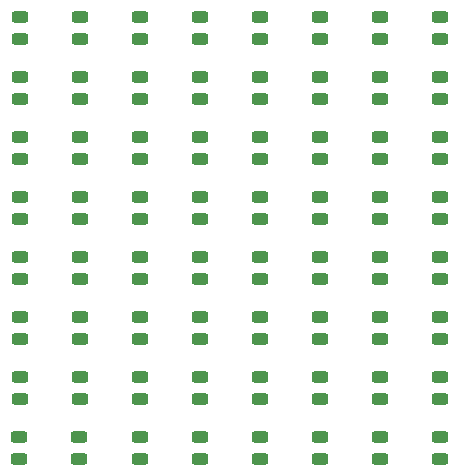
<source format=gtp>
%TF.GenerationSoftware,KiCad,Pcbnew,9.0.3*%
%TF.CreationDate,2025-10-16T19:58:58+02:00*%
%TF.ProjectId,ledkiv3,6c65646b-6976-4332-9e6b-696361645f70,rev?*%
%TF.SameCoordinates,Original*%
%TF.FileFunction,Paste,Top*%
%TF.FilePolarity,Positive*%
%FSLAX46Y46*%
G04 Gerber Fmt 4.6, Leading zero omitted, Abs format (unit mm)*
G04 Created by KiCad (PCBNEW 9.0.3) date 2025-10-16 19:58:58*
%MOMM*%
%LPD*%
G01*
G04 APERTURE LIST*
G04 Aperture macros list*
%AMRoundRect*
0 Rectangle with rounded corners*
0 $1 Rounding radius*
0 $2 $3 $4 $5 $6 $7 $8 $9 X,Y pos of 4 corners*
0 Add a 4 corners polygon primitive as box body*
4,1,4,$2,$3,$4,$5,$6,$7,$8,$9,$2,$3,0*
0 Add four circle primitives for the rounded corners*
1,1,$1+$1,$2,$3*
1,1,$1+$1,$4,$5*
1,1,$1+$1,$6,$7*
1,1,$1+$1,$8,$9*
0 Add four rect primitives between the rounded corners*
20,1,$1+$1,$2,$3,$4,$5,0*
20,1,$1+$1,$4,$5,$6,$7,0*
20,1,$1+$1,$6,$7,$8,$9,0*
20,1,$1+$1,$8,$9,$2,$3,0*%
G04 Aperture macros list end*
%ADD10RoundRect,0.243750X0.456250X-0.243750X0.456250X0.243750X-0.456250X0.243750X-0.456250X-0.243750X0*%
G04 APERTURE END LIST*
D10*
%TO.C,D7*%
X62856000Y-97171000D03*
X62856000Y-95296000D03*
%TD*%
%TO.C,D55*%
X62856000Y-66691000D03*
X62856000Y-64816000D03*
%TD*%
%TO.C,D32*%
X67936000Y-81931000D03*
X67936000Y-80056000D03*
%TD*%
%TO.C,D33*%
X32376000Y-76851000D03*
X32376000Y-74976000D03*
%TD*%
%TO.C,D34*%
X37456000Y-76851000D03*
X37456000Y-74976000D03*
%TD*%
%TO.C,D17*%
X32376000Y-87011000D03*
X32376000Y-85136000D03*
%TD*%
%TO.C,D59*%
X42536000Y-61611000D03*
X42536000Y-59736000D03*
%TD*%
%TO.C,D53*%
X52696000Y-66691000D03*
X52696000Y-64816000D03*
%TD*%
%TO.C,D13*%
X52696000Y-92091000D03*
X52696000Y-90216000D03*
%TD*%
%TO.C,D3*%
X42536000Y-97171000D03*
X42536000Y-95296000D03*
%TD*%
%TO.C,D46*%
X57776000Y-71771000D03*
X57776000Y-69896000D03*
%TD*%
%TO.C,D15*%
X62856000Y-92091000D03*
X62856000Y-90216000D03*
%TD*%
%TO.C,D19*%
X42536000Y-87011000D03*
X42536000Y-85136000D03*
%TD*%
%TO.C,D38*%
X57776000Y-76851000D03*
X57776000Y-74976000D03*
%TD*%
%TO.C,D31*%
X62856000Y-81931000D03*
X62856000Y-80056000D03*
%TD*%
%TO.C,D10*%
X37456000Y-92091000D03*
X37456000Y-90216000D03*
%TD*%
%TO.C,D27*%
X42536000Y-81931000D03*
X42536000Y-80056000D03*
%TD*%
%TO.C,D1*%
X32336000Y-97171000D03*
X32336000Y-95296000D03*
%TD*%
%TO.C,D40*%
X67936000Y-76851000D03*
X67936000Y-74976000D03*
%TD*%
%TO.C,D47*%
X62856000Y-71771000D03*
X62856000Y-69896000D03*
%TD*%
%TO.C,D8*%
X67936000Y-97171000D03*
X67936000Y-95296000D03*
%TD*%
%TO.C,D14*%
X57776000Y-92091000D03*
X57776000Y-90216000D03*
%TD*%
%TO.C,D36*%
X47616000Y-76851000D03*
X47616000Y-74976000D03*
%TD*%
%TO.C,D30*%
X57776000Y-81931000D03*
X57776000Y-80056000D03*
%TD*%
%TO.C,D18*%
X37456000Y-87011000D03*
X37456000Y-85136000D03*
%TD*%
%TO.C,D16*%
X67936000Y-92091000D03*
X67936000Y-90216000D03*
%TD*%
%TO.C,D61*%
X52696000Y-61611000D03*
X52696000Y-59736000D03*
%TD*%
%TO.C,D29*%
X52696000Y-81931000D03*
X52696000Y-80056000D03*
%TD*%
%TO.C,D6*%
X57776000Y-97171000D03*
X57776000Y-95296000D03*
%TD*%
%TO.C,D50*%
X37456000Y-66691000D03*
X37456000Y-64816000D03*
%TD*%
%TO.C,D54*%
X57776000Y-66691000D03*
X57776000Y-64816000D03*
%TD*%
%TO.C,D35*%
X42536000Y-76851000D03*
X42536000Y-74976000D03*
%TD*%
%TO.C,D41*%
X32376000Y-71771000D03*
X32376000Y-69896000D03*
%TD*%
%TO.C,D42*%
X37456000Y-71771000D03*
X37456000Y-69896000D03*
%TD*%
%TO.C,D45*%
X52696000Y-71771000D03*
X52696000Y-69896000D03*
%TD*%
%TO.C,D9*%
X32376000Y-92091000D03*
X32376000Y-90216000D03*
%TD*%
%TO.C,D57*%
X32376000Y-61611000D03*
X32376000Y-59736000D03*
%TD*%
%TO.C,D12*%
X47616000Y-92091000D03*
X47616000Y-90216000D03*
%TD*%
%TO.C,D20*%
X47616000Y-87011000D03*
X47616000Y-85136000D03*
%TD*%
%TO.C,D24*%
X67936000Y-87011000D03*
X67936000Y-85136000D03*
%TD*%
%TO.C,D43*%
X42536000Y-71771000D03*
X42536000Y-69896000D03*
%TD*%
%TO.C,D49*%
X32376000Y-66691000D03*
X32376000Y-64816000D03*
%TD*%
%TO.C,D28*%
X47616000Y-81931000D03*
X47616000Y-80056000D03*
%TD*%
%TO.C,D11*%
X42536000Y-92091000D03*
X42536000Y-90216000D03*
%TD*%
%TO.C,D2*%
X37416000Y-97171000D03*
X37416000Y-95296000D03*
%TD*%
%TO.C,D44*%
X47616000Y-71771000D03*
X47616000Y-69896000D03*
%TD*%
%TO.C,D23*%
X62856000Y-87011000D03*
X62856000Y-85136000D03*
%TD*%
%TO.C,D56*%
X67936000Y-66691000D03*
X67936000Y-64816000D03*
%TD*%
%TO.C,D37*%
X52696000Y-76851000D03*
X52696000Y-74976000D03*
%TD*%
%TO.C,D58*%
X37456000Y-61611000D03*
X37456000Y-59736000D03*
%TD*%
%TO.C,D39*%
X62856000Y-76851000D03*
X62856000Y-74976000D03*
%TD*%
%TO.C,D26*%
X37456000Y-81931000D03*
X37456000Y-80056000D03*
%TD*%
%TO.C,D5*%
X52696000Y-97171000D03*
X52696000Y-95296000D03*
%TD*%
%TO.C,D52*%
X47616000Y-66691000D03*
X47616000Y-64816000D03*
%TD*%
%TO.C,D60*%
X47616000Y-61611000D03*
X47616000Y-59736000D03*
%TD*%
%TO.C,D64*%
X67936000Y-61611000D03*
X67936000Y-59736000D03*
%TD*%
%TO.C,D25*%
X32376000Y-81931000D03*
X32376000Y-80056000D03*
%TD*%
%TO.C,D4*%
X47616000Y-97171000D03*
X47616000Y-95296000D03*
%TD*%
%TO.C,D21*%
X52696000Y-87011000D03*
X52696000Y-85136000D03*
%TD*%
%TO.C,D22*%
X57776000Y-87011000D03*
X57776000Y-85136000D03*
%TD*%
%TO.C,D51*%
X42536000Y-66691000D03*
X42536000Y-64816000D03*
%TD*%
%TO.C,D63*%
X62856000Y-61611000D03*
X62856000Y-59736000D03*
%TD*%
%TO.C,D48*%
X67936000Y-71771000D03*
X67936000Y-69896000D03*
%TD*%
%TO.C,D62*%
X57776000Y-61611000D03*
X57776000Y-59736000D03*
%TD*%
M02*

</source>
